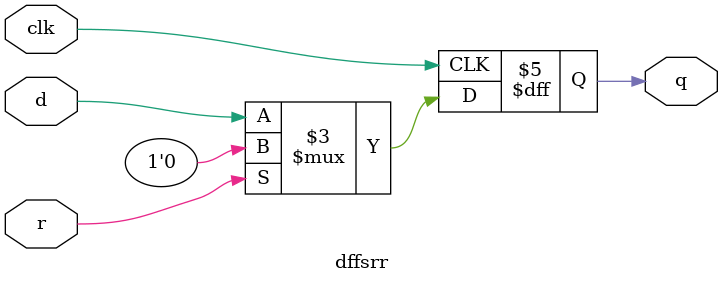
<source format=sv>
module dffsrr #(parameter N=1, parameter R=1'b0) (
	input logic [N-1:0] d,
	output logic [N-1:0] q,
	input logic clk, r
);

	always_ff @(posedge clk)
		if (r)
			q <= R;
		else
			q <= d;

endmodule

</source>
